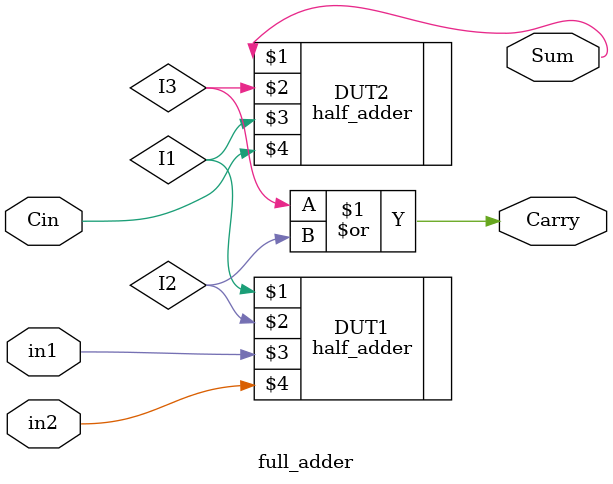
<source format=v>
module full_adder(Sum,
                  Carry,
                  in1,
                  in2,
                  Cin);
    input in1, in2, Cin;
    output Sum, Carry;
    
    wire I1, I2, I3;
    
    half_adder DUT1(I1, I2, in1, in2);
    half_adder DUT2(Sum, I3, I1, Cin);
    assign Carry = I3 | I2;
    
endmodule

</source>
